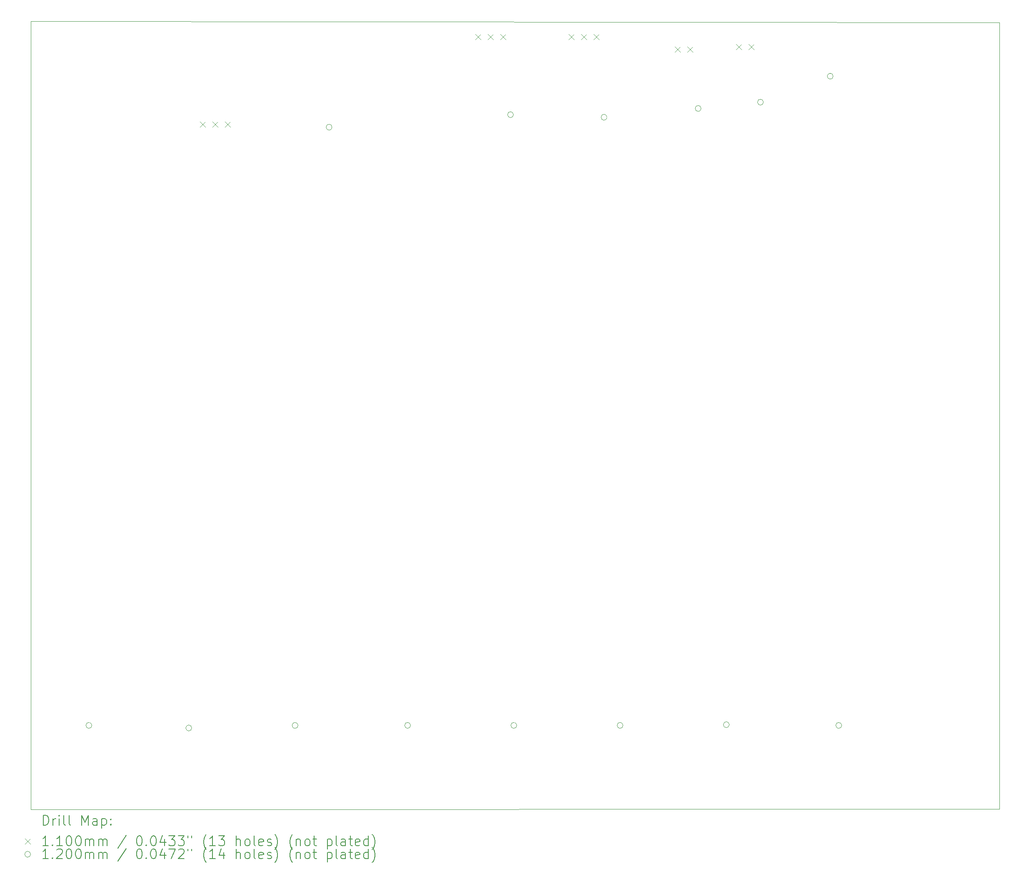
<source format=gbr>
%FSLAX45Y45*%
G04 Gerber Fmt 4.5, Leading zero omitted, Abs format (unit mm)*
G04 Created by KiCad (PCBNEW (6.0.1)) date 2022-04-06 02:01:43*
%MOMM*%
%LPD*%
G01*
G04 APERTURE LIST*
%TA.AperFunction,Profile*%
%ADD10C,0.100000*%
%TD*%
%ADD11C,0.200000*%
%ADD12C,0.110000*%
%ADD13C,0.120000*%
G04 APERTURE END LIST*
D10*
X2032000Y-1333500D02*
X2032000Y-17351375D01*
X21717000Y-1357313D02*
X21717000Y-17343438D01*
X2032000Y-17351375D02*
X21717000Y-17343438D01*
X21717000Y-1357313D02*
X2032000Y-1333500D01*
D11*
D12*
X5469500Y-3374000D02*
X5579500Y-3484000D01*
X5579500Y-3374000D02*
X5469500Y-3484000D01*
X5723500Y-3374000D02*
X5833500Y-3484000D01*
X5833500Y-3374000D02*
X5723500Y-3484000D01*
X5977500Y-3374000D02*
X6087500Y-3484000D01*
X6087500Y-3374000D02*
X5977500Y-3484000D01*
X11065500Y-1596000D02*
X11175500Y-1706000D01*
X11175500Y-1596000D02*
X11065500Y-1706000D01*
X11319500Y-1596000D02*
X11429500Y-1706000D01*
X11429500Y-1596000D02*
X11319500Y-1706000D01*
X11573500Y-1596000D02*
X11683500Y-1706000D01*
X11683500Y-1596000D02*
X11573500Y-1706000D01*
X12962500Y-1596000D02*
X13072500Y-1706000D01*
X13072500Y-1596000D02*
X12962500Y-1706000D01*
X13216500Y-1596000D02*
X13326500Y-1706000D01*
X13326500Y-1596000D02*
X13216500Y-1706000D01*
X13470500Y-1596000D02*
X13580500Y-1706000D01*
X13580500Y-1596000D02*
X13470500Y-1706000D01*
X15125500Y-1850000D02*
X15235500Y-1960000D01*
X15235500Y-1850000D02*
X15125500Y-1960000D01*
X15379500Y-1850000D02*
X15489500Y-1960000D01*
X15489500Y-1850000D02*
X15379500Y-1960000D01*
X16366500Y-1796000D02*
X16476500Y-1906000D01*
X16476500Y-1796000D02*
X16366500Y-1906000D01*
X16620500Y-1796000D02*
X16730500Y-1906000D01*
X16730500Y-1796000D02*
X16620500Y-1906000D01*
D13*
X3271500Y-15641500D02*
G75*
G03*
X3271500Y-15641500I-60000J0D01*
G01*
X5301000Y-15694000D02*
G75*
G03*
X5301000Y-15694000I-60000J0D01*
G01*
X7462000Y-15641500D02*
G75*
G03*
X7462000Y-15641500I-60000J0D01*
G01*
X8153500Y-3483000D02*
G75*
G03*
X8153500Y-3483000I-60000J0D01*
G01*
X9749000Y-15641500D02*
G75*
G03*
X9749000Y-15641500I-60000J0D01*
G01*
X11840500Y-3229000D02*
G75*
G03*
X11840500Y-3229000I-60000J0D01*
G01*
X11907500Y-15641500D02*
G75*
G03*
X11907500Y-15641500I-60000J0D01*
G01*
X13741500Y-3281500D02*
G75*
G03*
X13741500Y-3281500I-60000J0D01*
G01*
X14067000Y-15641500D02*
G75*
G03*
X14067000Y-15641500I-60000J0D01*
G01*
X15654500Y-3102000D02*
G75*
G03*
X15654500Y-3102000I-60000J0D01*
G01*
X16226500Y-15627054D02*
G75*
G03*
X16226500Y-15627054I-60000J0D01*
G01*
X16920500Y-2975000D02*
G75*
G03*
X16920500Y-2975000I-60000J0D01*
G01*
X18338500Y-2447500D02*
G75*
G03*
X18338500Y-2447500I-60000J0D01*
G01*
X18511000Y-15641500D02*
G75*
G03*
X18511000Y-15641500I-60000J0D01*
G01*
D11*
X2284619Y-17666851D02*
X2284619Y-17466851D01*
X2332238Y-17466851D01*
X2360810Y-17476375D01*
X2379857Y-17495423D01*
X2389381Y-17514470D01*
X2398905Y-17552565D01*
X2398905Y-17581137D01*
X2389381Y-17619232D01*
X2379857Y-17638280D01*
X2360810Y-17657327D01*
X2332238Y-17666851D01*
X2284619Y-17666851D01*
X2484619Y-17666851D02*
X2484619Y-17533518D01*
X2484619Y-17571613D02*
X2494143Y-17552565D01*
X2503667Y-17543042D01*
X2522714Y-17533518D01*
X2541762Y-17533518D01*
X2608429Y-17666851D02*
X2608429Y-17533518D01*
X2608429Y-17466851D02*
X2598905Y-17476375D01*
X2608429Y-17485899D01*
X2617952Y-17476375D01*
X2608429Y-17466851D01*
X2608429Y-17485899D01*
X2732238Y-17666851D02*
X2713190Y-17657327D01*
X2703667Y-17638280D01*
X2703667Y-17466851D01*
X2837000Y-17666851D02*
X2817952Y-17657327D01*
X2808428Y-17638280D01*
X2808428Y-17466851D01*
X3065571Y-17666851D02*
X3065571Y-17466851D01*
X3132238Y-17609708D01*
X3198905Y-17466851D01*
X3198905Y-17666851D01*
X3379857Y-17666851D02*
X3379857Y-17562089D01*
X3370333Y-17543042D01*
X3351286Y-17533518D01*
X3313190Y-17533518D01*
X3294143Y-17543042D01*
X3379857Y-17657327D02*
X3360809Y-17666851D01*
X3313190Y-17666851D01*
X3294143Y-17657327D01*
X3284619Y-17638280D01*
X3284619Y-17619232D01*
X3294143Y-17600185D01*
X3313190Y-17590661D01*
X3360809Y-17590661D01*
X3379857Y-17581137D01*
X3475095Y-17533518D02*
X3475095Y-17733518D01*
X3475095Y-17543042D02*
X3494143Y-17533518D01*
X3532238Y-17533518D01*
X3551286Y-17543042D01*
X3560809Y-17552565D01*
X3570333Y-17571613D01*
X3570333Y-17628756D01*
X3560809Y-17647804D01*
X3551286Y-17657327D01*
X3532238Y-17666851D01*
X3494143Y-17666851D01*
X3475095Y-17657327D01*
X3656048Y-17647804D02*
X3665571Y-17657327D01*
X3656048Y-17666851D01*
X3646524Y-17657327D01*
X3656048Y-17647804D01*
X3656048Y-17666851D01*
X3656048Y-17543042D02*
X3665571Y-17552565D01*
X3656048Y-17562089D01*
X3646524Y-17552565D01*
X3656048Y-17543042D01*
X3656048Y-17562089D01*
D12*
X1917000Y-17941375D02*
X2027000Y-18051375D01*
X2027000Y-17941375D02*
X1917000Y-18051375D01*
D11*
X2389381Y-18086851D02*
X2275095Y-18086851D01*
X2332238Y-18086851D02*
X2332238Y-17886851D01*
X2313190Y-17915423D01*
X2294143Y-17934470D01*
X2275095Y-17943994D01*
X2475095Y-18067804D02*
X2484619Y-18077327D01*
X2475095Y-18086851D01*
X2465571Y-18077327D01*
X2475095Y-18067804D01*
X2475095Y-18086851D01*
X2675095Y-18086851D02*
X2560810Y-18086851D01*
X2617952Y-18086851D02*
X2617952Y-17886851D01*
X2598905Y-17915423D01*
X2579857Y-17934470D01*
X2560810Y-17943994D01*
X2798905Y-17886851D02*
X2817952Y-17886851D01*
X2837000Y-17896375D01*
X2846524Y-17905899D01*
X2856048Y-17924946D01*
X2865571Y-17963042D01*
X2865571Y-18010661D01*
X2856048Y-18048756D01*
X2846524Y-18067804D01*
X2837000Y-18077327D01*
X2817952Y-18086851D01*
X2798905Y-18086851D01*
X2779857Y-18077327D01*
X2770333Y-18067804D01*
X2760810Y-18048756D01*
X2751286Y-18010661D01*
X2751286Y-17963042D01*
X2760810Y-17924946D01*
X2770333Y-17905899D01*
X2779857Y-17896375D01*
X2798905Y-17886851D01*
X2989381Y-17886851D02*
X3008428Y-17886851D01*
X3027476Y-17896375D01*
X3037000Y-17905899D01*
X3046524Y-17924946D01*
X3056048Y-17963042D01*
X3056048Y-18010661D01*
X3046524Y-18048756D01*
X3037000Y-18067804D01*
X3027476Y-18077327D01*
X3008428Y-18086851D01*
X2989381Y-18086851D01*
X2970333Y-18077327D01*
X2960809Y-18067804D01*
X2951286Y-18048756D01*
X2941762Y-18010661D01*
X2941762Y-17963042D01*
X2951286Y-17924946D01*
X2960809Y-17905899D01*
X2970333Y-17896375D01*
X2989381Y-17886851D01*
X3141762Y-18086851D02*
X3141762Y-17953518D01*
X3141762Y-17972565D02*
X3151286Y-17963042D01*
X3170333Y-17953518D01*
X3198905Y-17953518D01*
X3217952Y-17963042D01*
X3227476Y-17982089D01*
X3227476Y-18086851D01*
X3227476Y-17982089D02*
X3237000Y-17963042D01*
X3256048Y-17953518D01*
X3284619Y-17953518D01*
X3303667Y-17963042D01*
X3313190Y-17982089D01*
X3313190Y-18086851D01*
X3408428Y-18086851D02*
X3408428Y-17953518D01*
X3408428Y-17972565D02*
X3417952Y-17963042D01*
X3437000Y-17953518D01*
X3465571Y-17953518D01*
X3484619Y-17963042D01*
X3494143Y-17982089D01*
X3494143Y-18086851D01*
X3494143Y-17982089D02*
X3503667Y-17963042D01*
X3522714Y-17953518D01*
X3551286Y-17953518D01*
X3570333Y-17963042D01*
X3579857Y-17982089D01*
X3579857Y-18086851D01*
X3970333Y-17877327D02*
X3798905Y-18134470D01*
X4227476Y-17886851D02*
X4246524Y-17886851D01*
X4265571Y-17896375D01*
X4275095Y-17905899D01*
X4284619Y-17924946D01*
X4294143Y-17963042D01*
X4294143Y-18010661D01*
X4284619Y-18048756D01*
X4275095Y-18067804D01*
X4265571Y-18077327D01*
X4246524Y-18086851D01*
X4227476Y-18086851D01*
X4208429Y-18077327D01*
X4198905Y-18067804D01*
X4189381Y-18048756D01*
X4179857Y-18010661D01*
X4179857Y-17963042D01*
X4189381Y-17924946D01*
X4198905Y-17905899D01*
X4208429Y-17896375D01*
X4227476Y-17886851D01*
X4379857Y-18067804D02*
X4389381Y-18077327D01*
X4379857Y-18086851D01*
X4370333Y-18077327D01*
X4379857Y-18067804D01*
X4379857Y-18086851D01*
X4513190Y-17886851D02*
X4532238Y-17886851D01*
X4551286Y-17896375D01*
X4560810Y-17905899D01*
X4570333Y-17924946D01*
X4579857Y-17963042D01*
X4579857Y-18010661D01*
X4570333Y-18048756D01*
X4560810Y-18067804D01*
X4551286Y-18077327D01*
X4532238Y-18086851D01*
X4513190Y-18086851D01*
X4494143Y-18077327D01*
X4484619Y-18067804D01*
X4475095Y-18048756D01*
X4465571Y-18010661D01*
X4465571Y-17963042D01*
X4475095Y-17924946D01*
X4484619Y-17905899D01*
X4494143Y-17896375D01*
X4513190Y-17886851D01*
X4751286Y-17953518D02*
X4751286Y-18086851D01*
X4703667Y-17877327D02*
X4656048Y-18020185D01*
X4779857Y-18020185D01*
X4837000Y-17886851D02*
X4960810Y-17886851D01*
X4894143Y-17963042D01*
X4922714Y-17963042D01*
X4941762Y-17972565D01*
X4951286Y-17982089D01*
X4960810Y-18001137D01*
X4960810Y-18048756D01*
X4951286Y-18067804D01*
X4941762Y-18077327D01*
X4922714Y-18086851D01*
X4865571Y-18086851D01*
X4846524Y-18077327D01*
X4837000Y-18067804D01*
X5027476Y-17886851D02*
X5151286Y-17886851D01*
X5084619Y-17963042D01*
X5113190Y-17963042D01*
X5132238Y-17972565D01*
X5141762Y-17982089D01*
X5151286Y-18001137D01*
X5151286Y-18048756D01*
X5141762Y-18067804D01*
X5132238Y-18077327D01*
X5113190Y-18086851D01*
X5056048Y-18086851D01*
X5037000Y-18077327D01*
X5027476Y-18067804D01*
X5227476Y-17886851D02*
X5227476Y-17924946D01*
X5303667Y-17886851D02*
X5303667Y-17924946D01*
X5598905Y-18163042D02*
X5589381Y-18153518D01*
X5570333Y-18124946D01*
X5560810Y-18105899D01*
X5551286Y-18077327D01*
X5541762Y-18029708D01*
X5541762Y-17991613D01*
X5551286Y-17943994D01*
X5560810Y-17915423D01*
X5570333Y-17896375D01*
X5589381Y-17867804D01*
X5598905Y-17858280D01*
X5779857Y-18086851D02*
X5665571Y-18086851D01*
X5722714Y-18086851D02*
X5722714Y-17886851D01*
X5703667Y-17915423D01*
X5684619Y-17934470D01*
X5665571Y-17943994D01*
X5846524Y-17886851D02*
X5970333Y-17886851D01*
X5903667Y-17963042D01*
X5932238Y-17963042D01*
X5951286Y-17972565D01*
X5960809Y-17982089D01*
X5970333Y-18001137D01*
X5970333Y-18048756D01*
X5960809Y-18067804D01*
X5951286Y-18077327D01*
X5932238Y-18086851D01*
X5875095Y-18086851D01*
X5856048Y-18077327D01*
X5846524Y-18067804D01*
X6208428Y-18086851D02*
X6208428Y-17886851D01*
X6294143Y-18086851D02*
X6294143Y-17982089D01*
X6284619Y-17963042D01*
X6265571Y-17953518D01*
X6237000Y-17953518D01*
X6217952Y-17963042D01*
X6208428Y-17972565D01*
X6417952Y-18086851D02*
X6398905Y-18077327D01*
X6389381Y-18067804D01*
X6379857Y-18048756D01*
X6379857Y-17991613D01*
X6389381Y-17972565D01*
X6398905Y-17963042D01*
X6417952Y-17953518D01*
X6446524Y-17953518D01*
X6465571Y-17963042D01*
X6475095Y-17972565D01*
X6484619Y-17991613D01*
X6484619Y-18048756D01*
X6475095Y-18067804D01*
X6465571Y-18077327D01*
X6446524Y-18086851D01*
X6417952Y-18086851D01*
X6598905Y-18086851D02*
X6579857Y-18077327D01*
X6570333Y-18058280D01*
X6570333Y-17886851D01*
X6751286Y-18077327D02*
X6732238Y-18086851D01*
X6694143Y-18086851D01*
X6675095Y-18077327D01*
X6665571Y-18058280D01*
X6665571Y-17982089D01*
X6675095Y-17963042D01*
X6694143Y-17953518D01*
X6732238Y-17953518D01*
X6751286Y-17963042D01*
X6760809Y-17982089D01*
X6760809Y-18001137D01*
X6665571Y-18020185D01*
X6837000Y-18077327D02*
X6856048Y-18086851D01*
X6894143Y-18086851D01*
X6913190Y-18077327D01*
X6922714Y-18058280D01*
X6922714Y-18048756D01*
X6913190Y-18029708D01*
X6894143Y-18020185D01*
X6865571Y-18020185D01*
X6846524Y-18010661D01*
X6837000Y-17991613D01*
X6837000Y-17982089D01*
X6846524Y-17963042D01*
X6865571Y-17953518D01*
X6894143Y-17953518D01*
X6913190Y-17963042D01*
X6989381Y-18163042D02*
X6998905Y-18153518D01*
X7017952Y-18124946D01*
X7027476Y-18105899D01*
X7037000Y-18077327D01*
X7046524Y-18029708D01*
X7046524Y-17991613D01*
X7037000Y-17943994D01*
X7027476Y-17915423D01*
X7017952Y-17896375D01*
X6998905Y-17867804D01*
X6989381Y-17858280D01*
X7351286Y-18163042D02*
X7341762Y-18153518D01*
X7322714Y-18124946D01*
X7313190Y-18105899D01*
X7303667Y-18077327D01*
X7294143Y-18029708D01*
X7294143Y-17991613D01*
X7303667Y-17943994D01*
X7313190Y-17915423D01*
X7322714Y-17896375D01*
X7341762Y-17867804D01*
X7351286Y-17858280D01*
X7427476Y-17953518D02*
X7427476Y-18086851D01*
X7427476Y-17972565D02*
X7437000Y-17963042D01*
X7456048Y-17953518D01*
X7484619Y-17953518D01*
X7503667Y-17963042D01*
X7513190Y-17982089D01*
X7513190Y-18086851D01*
X7637000Y-18086851D02*
X7617952Y-18077327D01*
X7608428Y-18067804D01*
X7598905Y-18048756D01*
X7598905Y-17991613D01*
X7608428Y-17972565D01*
X7617952Y-17963042D01*
X7637000Y-17953518D01*
X7665571Y-17953518D01*
X7684619Y-17963042D01*
X7694143Y-17972565D01*
X7703667Y-17991613D01*
X7703667Y-18048756D01*
X7694143Y-18067804D01*
X7684619Y-18077327D01*
X7665571Y-18086851D01*
X7637000Y-18086851D01*
X7760809Y-17953518D02*
X7837000Y-17953518D01*
X7789381Y-17886851D02*
X7789381Y-18058280D01*
X7798905Y-18077327D01*
X7817952Y-18086851D01*
X7837000Y-18086851D01*
X8056048Y-17953518D02*
X8056048Y-18153518D01*
X8056048Y-17963042D02*
X8075095Y-17953518D01*
X8113190Y-17953518D01*
X8132238Y-17963042D01*
X8141762Y-17972565D01*
X8151286Y-17991613D01*
X8151286Y-18048756D01*
X8141762Y-18067804D01*
X8132238Y-18077327D01*
X8113190Y-18086851D01*
X8075095Y-18086851D01*
X8056048Y-18077327D01*
X8265571Y-18086851D02*
X8246524Y-18077327D01*
X8237000Y-18058280D01*
X8237000Y-17886851D01*
X8427476Y-18086851D02*
X8427476Y-17982089D01*
X8417952Y-17963042D01*
X8398905Y-17953518D01*
X8360809Y-17953518D01*
X8341762Y-17963042D01*
X8427476Y-18077327D02*
X8408429Y-18086851D01*
X8360809Y-18086851D01*
X8341762Y-18077327D01*
X8332238Y-18058280D01*
X8332238Y-18039232D01*
X8341762Y-18020185D01*
X8360809Y-18010661D01*
X8408429Y-18010661D01*
X8427476Y-18001137D01*
X8494143Y-17953518D02*
X8570333Y-17953518D01*
X8522714Y-17886851D02*
X8522714Y-18058280D01*
X8532238Y-18077327D01*
X8551286Y-18086851D01*
X8570333Y-18086851D01*
X8713190Y-18077327D02*
X8694143Y-18086851D01*
X8656048Y-18086851D01*
X8637000Y-18077327D01*
X8627476Y-18058280D01*
X8627476Y-17982089D01*
X8637000Y-17963042D01*
X8656048Y-17953518D01*
X8694143Y-17953518D01*
X8713190Y-17963042D01*
X8722714Y-17982089D01*
X8722714Y-18001137D01*
X8627476Y-18020185D01*
X8894143Y-18086851D02*
X8894143Y-17886851D01*
X8894143Y-18077327D02*
X8875095Y-18086851D01*
X8837000Y-18086851D01*
X8817952Y-18077327D01*
X8808429Y-18067804D01*
X8798905Y-18048756D01*
X8798905Y-17991613D01*
X8808429Y-17972565D01*
X8817952Y-17963042D01*
X8837000Y-17953518D01*
X8875095Y-17953518D01*
X8894143Y-17963042D01*
X8970333Y-18163042D02*
X8979857Y-18153518D01*
X8998905Y-18124946D01*
X9008429Y-18105899D01*
X9017952Y-18077327D01*
X9027476Y-18029708D01*
X9027476Y-17991613D01*
X9017952Y-17943994D01*
X9008429Y-17915423D01*
X8998905Y-17896375D01*
X8979857Y-17867804D01*
X8970333Y-17858280D01*
D13*
X2027000Y-18260375D02*
G75*
G03*
X2027000Y-18260375I-60000J0D01*
G01*
D11*
X2389381Y-18350851D02*
X2275095Y-18350851D01*
X2332238Y-18350851D02*
X2332238Y-18150851D01*
X2313190Y-18179423D01*
X2294143Y-18198470D01*
X2275095Y-18207994D01*
X2475095Y-18331804D02*
X2484619Y-18341327D01*
X2475095Y-18350851D01*
X2465571Y-18341327D01*
X2475095Y-18331804D01*
X2475095Y-18350851D01*
X2560810Y-18169899D02*
X2570333Y-18160375D01*
X2589381Y-18150851D01*
X2637000Y-18150851D01*
X2656048Y-18160375D01*
X2665571Y-18169899D01*
X2675095Y-18188946D01*
X2675095Y-18207994D01*
X2665571Y-18236565D01*
X2551286Y-18350851D01*
X2675095Y-18350851D01*
X2798905Y-18150851D02*
X2817952Y-18150851D01*
X2837000Y-18160375D01*
X2846524Y-18169899D01*
X2856048Y-18188946D01*
X2865571Y-18227042D01*
X2865571Y-18274661D01*
X2856048Y-18312756D01*
X2846524Y-18331804D01*
X2837000Y-18341327D01*
X2817952Y-18350851D01*
X2798905Y-18350851D01*
X2779857Y-18341327D01*
X2770333Y-18331804D01*
X2760810Y-18312756D01*
X2751286Y-18274661D01*
X2751286Y-18227042D01*
X2760810Y-18188946D01*
X2770333Y-18169899D01*
X2779857Y-18160375D01*
X2798905Y-18150851D01*
X2989381Y-18150851D02*
X3008428Y-18150851D01*
X3027476Y-18160375D01*
X3037000Y-18169899D01*
X3046524Y-18188946D01*
X3056048Y-18227042D01*
X3056048Y-18274661D01*
X3046524Y-18312756D01*
X3037000Y-18331804D01*
X3027476Y-18341327D01*
X3008428Y-18350851D01*
X2989381Y-18350851D01*
X2970333Y-18341327D01*
X2960809Y-18331804D01*
X2951286Y-18312756D01*
X2941762Y-18274661D01*
X2941762Y-18227042D01*
X2951286Y-18188946D01*
X2960809Y-18169899D01*
X2970333Y-18160375D01*
X2989381Y-18150851D01*
X3141762Y-18350851D02*
X3141762Y-18217518D01*
X3141762Y-18236565D02*
X3151286Y-18227042D01*
X3170333Y-18217518D01*
X3198905Y-18217518D01*
X3217952Y-18227042D01*
X3227476Y-18246089D01*
X3227476Y-18350851D01*
X3227476Y-18246089D02*
X3237000Y-18227042D01*
X3256048Y-18217518D01*
X3284619Y-18217518D01*
X3303667Y-18227042D01*
X3313190Y-18246089D01*
X3313190Y-18350851D01*
X3408428Y-18350851D02*
X3408428Y-18217518D01*
X3408428Y-18236565D02*
X3417952Y-18227042D01*
X3437000Y-18217518D01*
X3465571Y-18217518D01*
X3484619Y-18227042D01*
X3494143Y-18246089D01*
X3494143Y-18350851D01*
X3494143Y-18246089D02*
X3503667Y-18227042D01*
X3522714Y-18217518D01*
X3551286Y-18217518D01*
X3570333Y-18227042D01*
X3579857Y-18246089D01*
X3579857Y-18350851D01*
X3970333Y-18141327D02*
X3798905Y-18398470D01*
X4227476Y-18150851D02*
X4246524Y-18150851D01*
X4265571Y-18160375D01*
X4275095Y-18169899D01*
X4284619Y-18188946D01*
X4294143Y-18227042D01*
X4294143Y-18274661D01*
X4284619Y-18312756D01*
X4275095Y-18331804D01*
X4265571Y-18341327D01*
X4246524Y-18350851D01*
X4227476Y-18350851D01*
X4208429Y-18341327D01*
X4198905Y-18331804D01*
X4189381Y-18312756D01*
X4179857Y-18274661D01*
X4179857Y-18227042D01*
X4189381Y-18188946D01*
X4198905Y-18169899D01*
X4208429Y-18160375D01*
X4227476Y-18150851D01*
X4379857Y-18331804D02*
X4389381Y-18341327D01*
X4379857Y-18350851D01*
X4370333Y-18341327D01*
X4379857Y-18331804D01*
X4379857Y-18350851D01*
X4513190Y-18150851D02*
X4532238Y-18150851D01*
X4551286Y-18160375D01*
X4560810Y-18169899D01*
X4570333Y-18188946D01*
X4579857Y-18227042D01*
X4579857Y-18274661D01*
X4570333Y-18312756D01*
X4560810Y-18331804D01*
X4551286Y-18341327D01*
X4532238Y-18350851D01*
X4513190Y-18350851D01*
X4494143Y-18341327D01*
X4484619Y-18331804D01*
X4475095Y-18312756D01*
X4465571Y-18274661D01*
X4465571Y-18227042D01*
X4475095Y-18188946D01*
X4484619Y-18169899D01*
X4494143Y-18160375D01*
X4513190Y-18150851D01*
X4751286Y-18217518D02*
X4751286Y-18350851D01*
X4703667Y-18141327D02*
X4656048Y-18284185D01*
X4779857Y-18284185D01*
X4837000Y-18150851D02*
X4970333Y-18150851D01*
X4884619Y-18350851D01*
X5037000Y-18169899D02*
X5046524Y-18160375D01*
X5065571Y-18150851D01*
X5113190Y-18150851D01*
X5132238Y-18160375D01*
X5141762Y-18169899D01*
X5151286Y-18188946D01*
X5151286Y-18207994D01*
X5141762Y-18236565D01*
X5027476Y-18350851D01*
X5151286Y-18350851D01*
X5227476Y-18150851D02*
X5227476Y-18188946D01*
X5303667Y-18150851D02*
X5303667Y-18188946D01*
X5598905Y-18427042D02*
X5589381Y-18417518D01*
X5570333Y-18388946D01*
X5560810Y-18369899D01*
X5551286Y-18341327D01*
X5541762Y-18293708D01*
X5541762Y-18255613D01*
X5551286Y-18207994D01*
X5560810Y-18179423D01*
X5570333Y-18160375D01*
X5589381Y-18131804D01*
X5598905Y-18122280D01*
X5779857Y-18350851D02*
X5665571Y-18350851D01*
X5722714Y-18350851D02*
X5722714Y-18150851D01*
X5703667Y-18179423D01*
X5684619Y-18198470D01*
X5665571Y-18207994D01*
X5951286Y-18217518D02*
X5951286Y-18350851D01*
X5903667Y-18141327D02*
X5856048Y-18284185D01*
X5979857Y-18284185D01*
X6208428Y-18350851D02*
X6208428Y-18150851D01*
X6294143Y-18350851D02*
X6294143Y-18246089D01*
X6284619Y-18227042D01*
X6265571Y-18217518D01*
X6237000Y-18217518D01*
X6217952Y-18227042D01*
X6208428Y-18236565D01*
X6417952Y-18350851D02*
X6398905Y-18341327D01*
X6389381Y-18331804D01*
X6379857Y-18312756D01*
X6379857Y-18255613D01*
X6389381Y-18236565D01*
X6398905Y-18227042D01*
X6417952Y-18217518D01*
X6446524Y-18217518D01*
X6465571Y-18227042D01*
X6475095Y-18236565D01*
X6484619Y-18255613D01*
X6484619Y-18312756D01*
X6475095Y-18331804D01*
X6465571Y-18341327D01*
X6446524Y-18350851D01*
X6417952Y-18350851D01*
X6598905Y-18350851D02*
X6579857Y-18341327D01*
X6570333Y-18322280D01*
X6570333Y-18150851D01*
X6751286Y-18341327D02*
X6732238Y-18350851D01*
X6694143Y-18350851D01*
X6675095Y-18341327D01*
X6665571Y-18322280D01*
X6665571Y-18246089D01*
X6675095Y-18227042D01*
X6694143Y-18217518D01*
X6732238Y-18217518D01*
X6751286Y-18227042D01*
X6760809Y-18246089D01*
X6760809Y-18265137D01*
X6665571Y-18284185D01*
X6837000Y-18341327D02*
X6856048Y-18350851D01*
X6894143Y-18350851D01*
X6913190Y-18341327D01*
X6922714Y-18322280D01*
X6922714Y-18312756D01*
X6913190Y-18293708D01*
X6894143Y-18284185D01*
X6865571Y-18284185D01*
X6846524Y-18274661D01*
X6837000Y-18255613D01*
X6837000Y-18246089D01*
X6846524Y-18227042D01*
X6865571Y-18217518D01*
X6894143Y-18217518D01*
X6913190Y-18227042D01*
X6989381Y-18427042D02*
X6998905Y-18417518D01*
X7017952Y-18388946D01*
X7027476Y-18369899D01*
X7037000Y-18341327D01*
X7046524Y-18293708D01*
X7046524Y-18255613D01*
X7037000Y-18207994D01*
X7027476Y-18179423D01*
X7017952Y-18160375D01*
X6998905Y-18131804D01*
X6989381Y-18122280D01*
X7351286Y-18427042D02*
X7341762Y-18417518D01*
X7322714Y-18388946D01*
X7313190Y-18369899D01*
X7303667Y-18341327D01*
X7294143Y-18293708D01*
X7294143Y-18255613D01*
X7303667Y-18207994D01*
X7313190Y-18179423D01*
X7322714Y-18160375D01*
X7341762Y-18131804D01*
X7351286Y-18122280D01*
X7427476Y-18217518D02*
X7427476Y-18350851D01*
X7427476Y-18236565D02*
X7437000Y-18227042D01*
X7456048Y-18217518D01*
X7484619Y-18217518D01*
X7503667Y-18227042D01*
X7513190Y-18246089D01*
X7513190Y-18350851D01*
X7637000Y-18350851D02*
X7617952Y-18341327D01*
X7608428Y-18331804D01*
X7598905Y-18312756D01*
X7598905Y-18255613D01*
X7608428Y-18236565D01*
X7617952Y-18227042D01*
X7637000Y-18217518D01*
X7665571Y-18217518D01*
X7684619Y-18227042D01*
X7694143Y-18236565D01*
X7703667Y-18255613D01*
X7703667Y-18312756D01*
X7694143Y-18331804D01*
X7684619Y-18341327D01*
X7665571Y-18350851D01*
X7637000Y-18350851D01*
X7760809Y-18217518D02*
X7837000Y-18217518D01*
X7789381Y-18150851D02*
X7789381Y-18322280D01*
X7798905Y-18341327D01*
X7817952Y-18350851D01*
X7837000Y-18350851D01*
X8056048Y-18217518D02*
X8056048Y-18417518D01*
X8056048Y-18227042D02*
X8075095Y-18217518D01*
X8113190Y-18217518D01*
X8132238Y-18227042D01*
X8141762Y-18236565D01*
X8151286Y-18255613D01*
X8151286Y-18312756D01*
X8141762Y-18331804D01*
X8132238Y-18341327D01*
X8113190Y-18350851D01*
X8075095Y-18350851D01*
X8056048Y-18341327D01*
X8265571Y-18350851D02*
X8246524Y-18341327D01*
X8237000Y-18322280D01*
X8237000Y-18150851D01*
X8427476Y-18350851D02*
X8427476Y-18246089D01*
X8417952Y-18227042D01*
X8398905Y-18217518D01*
X8360809Y-18217518D01*
X8341762Y-18227042D01*
X8427476Y-18341327D02*
X8408429Y-18350851D01*
X8360809Y-18350851D01*
X8341762Y-18341327D01*
X8332238Y-18322280D01*
X8332238Y-18303232D01*
X8341762Y-18284185D01*
X8360809Y-18274661D01*
X8408429Y-18274661D01*
X8427476Y-18265137D01*
X8494143Y-18217518D02*
X8570333Y-18217518D01*
X8522714Y-18150851D02*
X8522714Y-18322280D01*
X8532238Y-18341327D01*
X8551286Y-18350851D01*
X8570333Y-18350851D01*
X8713190Y-18341327D02*
X8694143Y-18350851D01*
X8656048Y-18350851D01*
X8637000Y-18341327D01*
X8627476Y-18322280D01*
X8627476Y-18246089D01*
X8637000Y-18227042D01*
X8656048Y-18217518D01*
X8694143Y-18217518D01*
X8713190Y-18227042D01*
X8722714Y-18246089D01*
X8722714Y-18265137D01*
X8627476Y-18284185D01*
X8894143Y-18350851D02*
X8894143Y-18150851D01*
X8894143Y-18341327D02*
X8875095Y-18350851D01*
X8837000Y-18350851D01*
X8817952Y-18341327D01*
X8808429Y-18331804D01*
X8798905Y-18312756D01*
X8798905Y-18255613D01*
X8808429Y-18236565D01*
X8817952Y-18227042D01*
X8837000Y-18217518D01*
X8875095Y-18217518D01*
X8894143Y-18227042D01*
X8970333Y-18427042D02*
X8979857Y-18417518D01*
X8998905Y-18388946D01*
X9008429Y-18369899D01*
X9017952Y-18341327D01*
X9027476Y-18293708D01*
X9027476Y-18255613D01*
X9017952Y-18207994D01*
X9008429Y-18179423D01*
X8998905Y-18160375D01*
X8979857Y-18131804D01*
X8970333Y-18122280D01*
M02*

</source>
